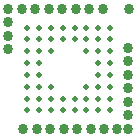
<source format=gbr>
%FSLAX35Y35*%
%MOIN*%
G04 EasyPC Gerber Version 18.0.9 Build 3640 *
%ADD136C,0.01978*%
%ADD25C,0.03400*%
X0Y0D02*
D02*
D25*
X2750Y29250D03*
Y33750D03*
Y38250D03*
Y42750D03*
X7250D03*
X7750Y2750D03*
X11750Y42750D03*
X12250Y2750D03*
X16250Y42750D03*
X16750Y2750D03*
X20750Y42750D03*
X21250Y2750D03*
X25250Y42750D03*
X25750Y2750D03*
X29750Y42750D03*
X30250Y2750D03*
X34250Y42750D03*
X34750Y2750D03*
X38950D03*
X42750D03*
Y7250D03*
Y11750D03*
Y16250D03*
Y20750D03*
Y25250D03*
Y29750D03*
X42850Y42750D03*
D02*
D136*
X9054Y8854D03*
Y12791D03*
Y16728D03*
Y20665D03*
Y24602D03*
Y28539D03*
Y32476D03*
Y36413D03*
X12991Y8854D03*
Y12791D03*
Y16728D03*
Y20665D03*
Y24602D03*
Y28539D03*
Y32476D03*
Y36413D03*
X16928Y8854D03*
Y12791D03*
Y16728D03*
Y28539D03*
Y32476D03*
Y36413D03*
X20865Y8854D03*
Y12791D03*
Y32476D03*
Y36413D03*
X24802Y8854D03*
Y12791D03*
Y32476D03*
Y36413D03*
X28739Y8854D03*
Y12791D03*
Y16728D03*
Y28539D03*
Y32476D03*
Y36413D03*
X32676Y8854D03*
Y12791D03*
Y16728D03*
Y20665D03*
Y24602D03*
Y28539D03*
Y32476D03*
Y36413D03*
X36613Y8854D03*
Y12791D03*
Y16728D03*
Y20665D03*
Y24602D03*
Y28539D03*
Y32476D03*
Y36413D03*
X0Y0D02*
M02*

</source>
